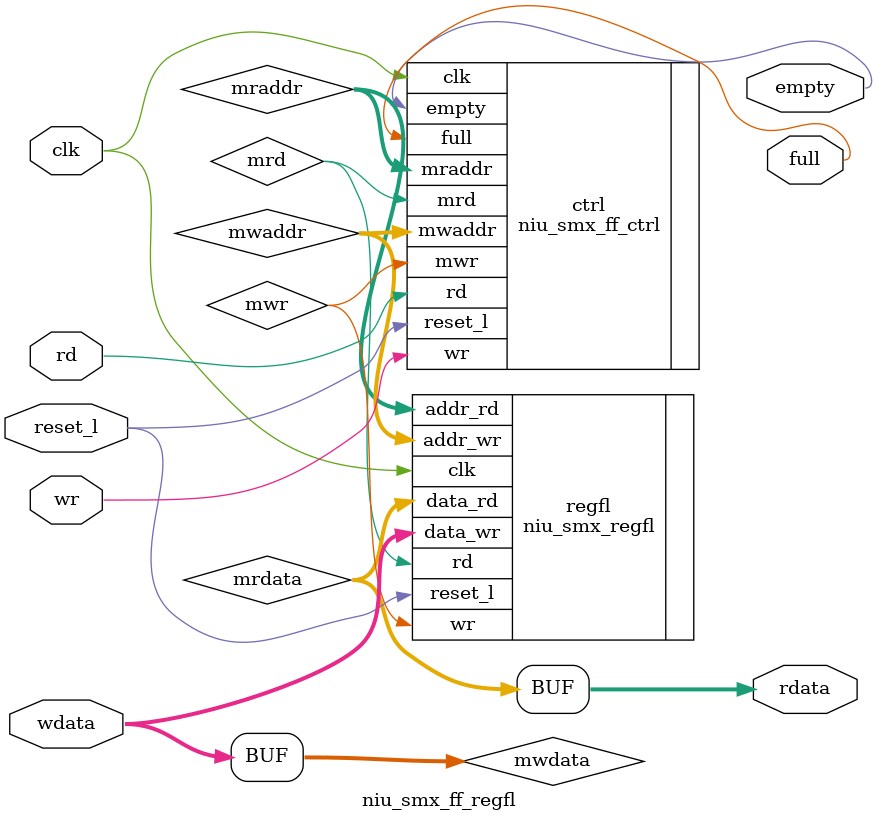
<source format=v>

module niu_smx_ff_regfl(
/*AUTOARG*/
   // Outputs
   full, empty, rdata, 
   // Inputs
   clk, reset_l, wr, wdata, rd
   );

// synopsys template

parameter DATA_WIDTH= 128;
parameter ADDR_WIDTH= 4;

// fifo if
input 			clk;
input 			reset_l;

input 			wr;
input [DATA_WIDTH-1:0] 	wdata;
output 			full;

input 			rd;                       
output 			empty;
output [DATA_WIDTH-1:0]	rdata;

wire [DATA_WIDTH-1:0] mwdata= wdata;
wire [DATA_WIDTH-1:0] mrdata;
wire [DATA_WIDTH-1:0] rdata= mrdata;
wire [ADDR_WIDTH-1:0] mwaddr;
wire [ADDR_WIDTH-1:0] mraddr;
wire mwr;
wire mrd;

niu_smx_ff_ctrl #(ADDR_WIDTH) ctrl(
	.clk		(clk),
	.reset_l	(reset_l),	
	.wr		(wr),
	.rd		(rd),
	.full		(full),
	.empty		(empty),
	.mwr		(mwr),
	.mwaddr		(mwaddr[ADDR_WIDTH-1:0]),
	.mrd		(mrd),
	.mraddr		(mraddr[ADDR_WIDTH-1:0])
);


niu_smx_regfl #(DATA_WIDTH,ADDR_WIDTH) regfl(
	.clk		(clk),
	.reset_l	(reset_l),
	.wr		(mwr),
	.addr_wr	(mwaddr[ADDR_WIDTH-1:0]),	
	.data_wr	(mwdata[DATA_WIDTH-1:0]),
	.rd		(mrd),
	.addr_rd	(mraddr[ADDR_WIDTH-1:0]),
	.data_rd	(mrdata[DATA_WIDTH-1:0])
);

endmodule

/*
 // if need ram, need to explicitly specify  
module niu_smx_ff_66bx16(
);

parameter DATA_WIDTH= 128;
parameter ADDR_WIDTH= 4;

// fifo if
input clk;
input reset_l;

input wr;
input [DATA_WIDTH-1:0] wdata;
output full;

input rd;                       
output empty;
output [DATA_WIDTH-1:0]rdata;

wire [DATA_WIDTH-1:0] mwdata= wdata;
wire [DATA_WIDTH-1:0] mrdata;
wire [DATA_WIDTH-1:0] rdata= mrdata;

niu_smx_ff_ctrl #(DATA_WIDTH,ADDR_WIDTH) ctrl(
	.clk		(clk),
	.reset_l	(reset_l),	
	.wr		(wr),
	.rd		(rd),
	.full		(full),
	.empty		(empty),
	.mwr		(mwr),
	.mwaddr		(mwaddr[ADDR_WIDTH-1:0]),
	.mrd		(mrd),
	.mraddr		(mraddr[ADDR_WIDTH-1:0])
);


niu_smx_regfl regfl(DATA_WIDTH,ADDR_WIDTH) regfl
	.clk		(clk),
	.reset_l	(reset_l),
	.wr		(mwr),
	.addr_wr	(mwaddr[ADDR_WIDTH-1:0]),	
	.data_wr	(mwdata[DATA_WIDTH-1:0]),
	.rd		(mrd),
	.addr_rd	(mraddr[ADDR_WIDTH-1:0]),
	.data_rd	(mrdata[DATA_WIDTH-1:0])
);

endmodule
*/

</source>
